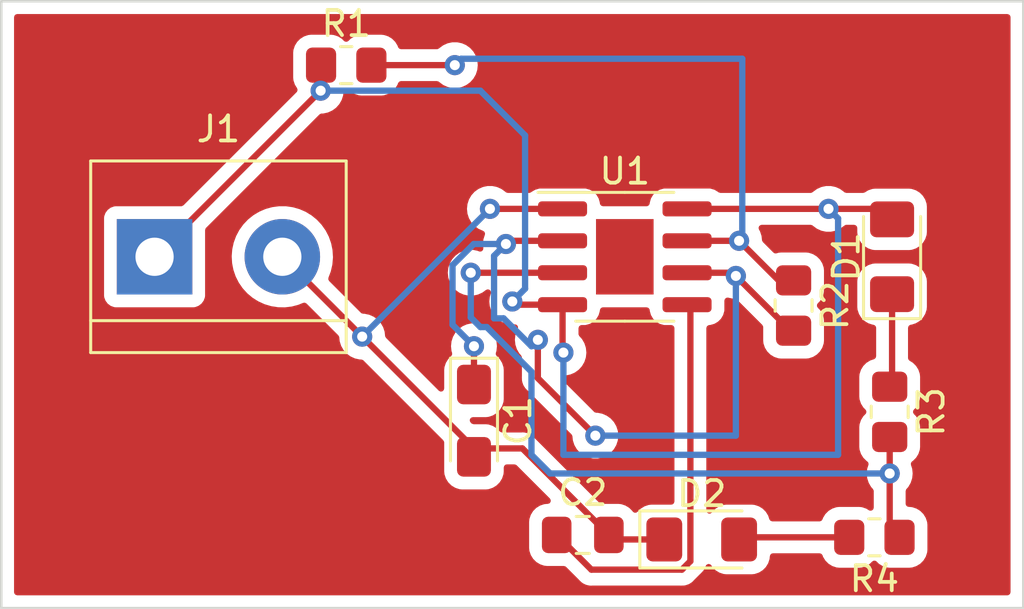
<source format=kicad_pcb>
(kicad_pcb (version 20211014) (generator pcbnew)
  (layers (0 "F.Cu" signal) (31 "B.Cu" signal) (34 "B.Paste" user) (35 "F.Paste" user) (36 "B.SilkS" user "B.Silkscreen") (37 "F.SilkS" user "F.Silkscreen") (38 "B.Mask" user) (39 "F.Mask" user) (44 "Edge.Cuts" user))
  (net 0 "")
  (net 1 "/pin_2")
  (net 2 "GND")
  (net 3 "Net-(C2-Pad1)")
  (net 4 "Net-(D1-Pad1)")
  (net 5 "+9V")
  (net 6 "Net-(D2-Pad2)")
  (net 7 "/pin_7")
  (net 8 "/pin_3")
  (footprint "Capacitor_SMD:C_0805_2012Metric_Pad1.18x1.45mm_HandSolder" (layer "F.Cu") (at 141.48626 82.18)
    (fp_text reference "C2" (at 0 -1.68) (layer "F.SilkS"))
    (fp_text value "0.01uF")
    (fp_line (start -0.261252 -0.735) (end 0.261252 -0.735) (layer "F.SilkS") (width 0.12))
    (fp_line (start -0.261252 0.735) (end 0.261252 0.735) (layer "F.SilkS") (width 0.12))
    (pad "1" smd roundrect (at -1.0375 0) (size 1.175 1.45) (layers "F.Cu" "F.Paste" "F.Mask") (roundrect_rratio 0.2127659574) (net 3 "Net-(C2-Pad1)"))
    (pad "2" smd roundrect (at 1.0375 0) (size 1.175 1.45) (layers "F.Cu" "F.Paste" "F.Mask") (roundrect_rratio 0.2127659574) (net 2 "GND"))
  )
  (footprint "Resistor_SMD:R_0805_2012Metric_Pad1.20x1.40mm_HandSolder" (layer "F.Cu") (at 153.081192 82.275 180)
    (fp_text reference "R4" (at 0 -1.65) (layer "F.SilkS"))
    (fp_text value "1k")
    (fp_line (start -0.227064 0.735) (end 0.227064 0.735) (layer "F.SilkS") (width 0.12))
    (fp_line (start -0.227064 -0.735) (end 0.227064 -0.735) (layer "F.SilkS") (width 0.12))
    (pad "1" smd roundrect (at -1 0 180) (size 1.2 1.4) (layers "F.Cu" "F.Paste" "F.Mask") (roundrect_rratio 0.2083333333) (net 8 "/pin_3"))
    (pad "2" smd roundrect (at 1 0 180) (size 1.2 1.4) (layers "F.Cu" "F.Paste" "F.Mask") (roundrect_rratio 0.2083333333) (net 6 "Net-(D2-Pad2)"))
  )
  (footprint "Resistor_SMD:R_0805_2012Metric_Pad1.20x1.40mm_HandSolder" (layer "F.Cu") (at 132.08 63.5)
    (fp_text reference "R1" (at 0 -1.65) (layer "F.SilkS"))
    (fp_text value "1k")
    (fp_line (start -0.227064 -0.735) (end 0.227064 -0.735) (layer "F.SilkS") (width 0.12))
    (fp_line (start -0.227064 0.735) (end 0.227064 0.735) (layer "F.SilkS") (width 0.12))
    (pad "1" smd roundrect (at -1 0) (size 1.2 1.4) (layers "F.Cu" "F.Paste" "F.Mask") (roundrect_rratio 0.2083333333) (net 5 "+9V"))
    (pad "2" smd roundrect (at 1 0) (size 1.2 1.4) (layers "F.Cu" "F.Paste" "F.Mask") (roundrect_rratio 0.2083333333) (net 7 "/pin_7"))
  )
  (footprint "Package_SO:SOIC-8-1EP_3.9x4.9mm_P1.27mm_EP2.29x3mm" (layer "F.Cu") (at 143.1575 71.12)
    (fp_text reference "U1" (at 0 -3.4) (layer "F.SilkS"))
    (fp_text value "NE555D")
    (fp_line (start 0 -2.56) (end 1.95 -2.56) (layer "F.SilkS") (width 0.12))
    (fp_line (start 0 2.56) (end 1.95 2.56) (layer "F.SilkS") (width 0.12))
    (fp_line (start 0 2.56) (end -1.95 2.56) (layer "F.SilkS") (width 0.12))
    (fp_line (start 0 -2.56) (end -3.45 -2.56) (layer "F.SilkS") (width 0.12))
    (pad "1" smd roundrect (at -2.475 -1.905) (size 1.95 0.6) (layers "F.Cu" "F.Paste" "F.Mask") (net 2 "GND"))
    (pad "2" smd roundrect (at -2.475 -0.635) (size 1.95 0.6) (layers "F.Cu" "F.Paste" "F.Mask") (net 1 "/pin_2"))
    (pad "3" smd roundrect (at -2.475 0.635) (size 1.95 0.6) (layers "F.Cu" "F.Paste" "F.Mask") (net 8 "/pin_3"))
    (pad "4" smd roundrect (at -2.475 1.905) (size 1.95 0.6) (layers "F.Cu" "F.Paste" "F.Mask") (net 5 "+9V"))
    (pad "5" smd roundrect (at 2.475 1.905) (size 1.95 0.6) (layers "F.Cu" "F.Paste" "F.Mask") (net 3 "Net-(C2-Pad1)"))
    (pad "6" smd roundrect (at 2.475 0.635) (size 1.95 0.6) (layers "F.Cu" "F.Paste" "F.Mask") (net 1 "/pin_2"))
    (pad "7" smd roundrect (at 2.475 -0.635) (size 1.95 0.6) (layers "F.Cu" "F.Paste" "F.Mask") (net 7 "/pin_7"))
    (pad "8" smd roundrect (at 2.475 -1.905) (size 1.95 0.6) (layers "F.Cu" "F.Paste" "F.Mask") (net 5 "+9V"))
    (pad "9" smd rect (at 0 0) (size 2.29 3) (layers "F.Cu" "F.Mask"))
  )
  (footprint "Capacitor_Tantalum_SMD:CP_EIA-3216-18_Kemet-A_Pad1.58x1.35mm_HandSolder" (layer "F.Cu") (at 137.16 77.6375 -90)
    (fp_text reference "C1" (at 0 -1.75 90) (layer "F.SilkS"))
    (fp_text value "10uF")
    (fp_line (start -2.485 -0.935) (end -2.485 0.935) (layer "F.SilkS") (width 0.12))
    (fp_line (start 1.6 -0.935) (end -2.485 -0.935) (layer "F.SilkS") (width 0.12))
    (fp_line (start -2.485 0.935) (end 1.6 0.935) (layer "F.SilkS") (width 0.12))
    (pad "1" smd roundrect (at -1.4375 0 270) (size 1.575 1.35) (layers "F.Cu" "F.Paste" "F.Mask") (roundrect_rratio 0.1851851852) (net 1 "/pin_2"))
    (pad "2" smd roundrect (at 1.4375 0 270) (size 1.575 1.35) (layers "F.Cu" "F.Paste" "F.Mask") (roundrect_rratio 0.1851851852) (net 2 "GND"))
  )
  (footprint "LED_SMD:LED_1206_3216Metric_Pad1.42x1.75mm_HandSolder" (layer "F.Cu") (at 146.215 82.36)
    (fp_text reference "D2" (at 0 -1.82) (layer "F.SilkS"))
    (fp_text value "LED")
    (fp_line (start -2.46 -1.135) (end -2.46 1.135) (layer "F.SilkS") (width 0.12))
    (fp_line (start 1.6 -1.135) (end -2.46 -1.135) (layer "F.SilkS") (width 0.12))
    (fp_line (start -2.46 1.135) (end 1.6 1.135) (layer "F.SilkS") (width 0.12))
    (pad "1" smd roundrect (at -1.4875 0) (size 1.425 1.75) (layers "F.Cu" "F.Paste" "F.Mask") (roundrect_rratio 0.1754392982) (net 2 "GND"))
    (pad "2" smd roundrect (at 1.4875 0) (size 1.425 1.75) (layers "F.Cu" "F.Paste" "F.Mask") (roundrect_rratio 0.1754392982) (net 6 "Net-(D2-Pad2)"))
  )
  (footprint "Resistor_SMD:R_0805_2012Metric_Pad1.20x1.40mm_HandSolder" (layer "F.Cu") (at 149.868808 73.058808 -90)
    (fp_text reference "R2" (at 0 -1.65 90) (layer "F.SilkS"))
    (fp_text value "10k")
    (fp_line (start -0.227064 -0.735) (end 0.227064 -0.735) (layer "F.SilkS") (width 0.12))
    (fp_line (start -0.227064 0.735) (end 0.227064 0.735) (layer "F.SilkS") (width 0.12))
    (pad "1" smd roundrect (at -1 0 270) (size 1.2 1.4) (layers "F.Cu" "F.Paste" "F.Mask") (roundrect_rratio 0.2083333333) (net 7 "/pin_7"))
    (pad "2" smd roundrect (at 1 0 270) (size 1.2 1.4) (layers "F.Cu" "F.Paste" "F.Mask") (roundrect_rratio 0.2083333333) (net 1 "/pin_2"))
  )
  (footprint "TerminalBlock:TerminalBlock_bornier-2_P5.08mm" (layer "F.Cu") (at 124.46 71.12)
    (fp_text reference "J1" (at 2.54 -5.08) (layer "F.SilkS"))
    (fp_text value "Conn_01x02_Male")
    (fp_line (start 7.62 3.81) (end 7.62 -3.81) (layer "F.SilkS") (width 0.12))
    (fp_line (start -2.54 3.81) (end 7.62 3.81) (layer "F.SilkS") (width 0.12))
    (fp_line (start 7.62 -3.81) (end -2.54 -3.81) (layer "F.SilkS") (width 0.12))
    (fp_line (start -2.54 -3.81) (end -2.54 3.81) (layer "F.SilkS") (width 0.12))
    (fp_line (start 7.62 2.54) (end -2.54 2.54) (layer "F.SilkS") (width 0.12))
    (pad "1" thru_hole rect (at 0 0) (size 3 3) (drill 1.52) (layers *.Cu *.Mask) (net 5 "+9V"))
    (pad "2" thru_hole circle (at 5.08 0) (size 3 3) (drill 1.52) (layers *.Cu *.Mask) (net 2 "GND"))
  )
  (footprint "LED_SMD:LED_1206_3216Metric_Pad1.42x1.75mm_HandSolder" (layer "F.Cu") (at 153.785 71.12 90)
    (fp_text reference "D1" (at 0 -1.82 90) (layer "F.SilkS"))
    (fp_text value "LED")
    (fp_line (start -2.46 1.135) (end 1.6 1.135) (layer "F.SilkS") (width 0.12))
    (fp_line (start -2.46 -1.135) (end -2.46 1.135) (layer "F.SilkS") (width 0.12))
    (fp_line (start 1.6 -1.135) (end -2.46 -1.135) (layer "F.SilkS") (width 0.12))
    (pad "1" smd roundrect (at -1.4875 0 90) (size 1.425 1.75) (layers "F.Cu" "F.Paste" "F.Mask") (roundrect_rratio 0.1754392982) (net 4 "Net-(D1-Pad1)"))
    (pad "2" smd roundrect (at 1.4875 0 90) (size 1.425 1.75) (layers "F.Cu" "F.Paste" "F.Mask") (roundrect_rratio 0.1754392982) (net 5 "+9V"))
  )
  (footprint "Resistor_SMD:R_0805_2012Metric_Pad1.20x1.40mm_HandSolder" (layer "F.Cu") (at 153.69 77.285872 -90)
    (fp_text reference "R3" (at 0 -1.65 90) (layer "F.SilkS"))
    (fp_text value "1k")
    (fp_line (start -0.227064 0.735) (end 0.227064 0.735) (layer "F.SilkS") (width 0.12))
    (fp_line (start -0.227064 -0.735) (end 0.227064 -0.735) (layer "F.SilkS") (width 0.12))
    (pad "1" smd roundrect (at -1 0 270) (size 1.2 1.4) (layers "F.Cu" "F.Paste" "F.Mask") (roundrect_rratio 0.2083333333) (net 4 "Net-(D1-Pad1)"))
    (pad "2" smd roundrect (at 1 0 270) (size 1.2 1.4) (layers "F.Cu" "F.Paste" "F.Mask") (roundrect_rratio 0.2083333333) (net 8 "/pin_3"))
  )
  (gr_rect (start 118.364 60.96) (end 159.004 85.09) (layer "Edge.Cuts") (width 0.1) (fill none))
  (segment (start 138.557 70.485) (end 138.43 70.612) (width 0.25) (layer "F.Cu") (net 1))
  (segment (start 137.16 76.2) (end 137.16 74.676) (width 0.25) (layer "F.Cu") (net 1))
  (segment (start 147.574 71.882) (end 147.447 71.755) (width 0.25) (layer "F.Cu") (net 1))
  (segment (start 149.750808 74.058808) (end 147.574 71.882) (width 0.25) (layer "F.Cu") (net 1))
  (segment (start 147.447 71.755) (end 145.6325 71.755) (width 0.25) (layer "F.Cu") (net 1))
  (segment (start 139.7 75.946) (end 139.7 74.422) (width 0.25) (layer "F.Cu") (net 1))
  (segment (start 140.6825 70.485) (end 138.557 70.485) (width 0.25) (layer "F.Cu") (net 1))
  (segment (start 141.986 78.232) (end 139.7 75.946) (width 0.25) (layer "F.Cu") (net 1))
  (segment (start 149.868808 74.058808) (end 149.750808 74.058808) (width 0.25) (layer "F.Cu") (net 1))
  (via (at 139.7 74.422) (size 0.8) (drill 0.4) (layers "F.Cu" "B.Cu") (net 1))
  (via (at 141.986 78.232) (size 0.8) (drill 0.4) (layers "F.Cu" "B.Cu") (net 1))
  (via (at 137.16 74.676) (size 0.8) (drill 0.4) (layers "F.Cu" "B.Cu") (net 1))
  (via (at 138.43 70.612) (size 0.8) (drill 0.4) (layers "F.Cu" "B.Cu") (net 1))
  (via (at 147.574 71.882) (size 0.8) (drill 0.4) (layers "F.Cu" "B.Cu") (net 1))
  (segment (start 136.308 73.824) (end 136.308 71.454695) (width 0.25) (layer "B.Cu") (net 1))
  (segment (start 137.16 74.676) (end 136.308 73.824) (width 0.25) (layer "B.Cu") (net 1))
  (segment (start 138.43 70.612) (end 137.959 71.083) (width 0.25) (layer "B.Cu") (net 1))
  (segment (start 147.574 71.882) (end 147.574 78.232) (width 0.25) (layer "B.Cu") (net 1))
  (segment (start 137.150695 70.612) (end 138.43 70.612) (width 0.25) (layer "B.Cu") (net 1))
  (segment (start 139.446 74.676) (end 139.7 74.422) (width 0.25) (layer "B.Cu") (net 1))
  (segment (start 138.338604 73.568604) (end 139.446 74.676) (width 0.25) (layer "B.Cu") (net 1))
  (segment (start 147.574 78.232) (end 141.986 78.232) (width 0.25) (layer "B.Cu") (net 1))
  (segment (start 137.959 71.083) (end 137.959 73.568604) (width 0.25) (layer "B.Cu") (net 1))
  (segment (start 136.308 71.454695) (end 137.150695 70.612) (width 0.25) (layer "B.Cu") (net 1))
  (segment (start 137.959 73.568604) (end 138.338604 73.568604) (width 0.25) (layer "B.Cu") (net 1))
  (segment (start 132.715 74.295) (end 137.16 78.74) (width 0.25) (layer "F.Cu") (net 2))
  (segment (start 140.6825 69.215) (end 137.795 69.215) (width 0.25) (layer "F.Cu") (net 2))
  (segment (start 144.7275 82.36) (end 142.70376 82.36) (width 0.25) (layer "F.Cu") (net 2))
  (segment (start 129.54 71.12) (end 132.715 74.295) (width 0.25) (layer "F.Cu") (net 2))
  (segment (start 139.08376 78.74) (end 142.52376 82.18) (width 0.25) (layer "F.Cu") (net 2))
  (segment (start 137.16 78.74) (end 139.08376 78.74) (width 0.25) (layer "F.Cu") (net 2))
  (segment (start 142.70376 82.36) (end 142.52376 82.18) (width 0.25) (layer "F.Cu") (net 2))
  (via (at 132.715 74.295) (size 0.8) (drill 0.4) (layers "F.Cu" "B.Cu") (net 2))
  (via (at 137.795 69.215) (size 0.8) (drill 0.4) (layers "F.Cu" "B.Cu") (net 2))
  (segment (start 132.715 74.295) (end 137.795 69.215) (width 0.25) (layer "B.Cu") (net 2))
  (segment (start 141.82876 83.56) (end 145.428172 83.56) (width 0.25) (layer "F.Cu") (net 3))
  (segment (start 145.428172 83.56) (end 145.765 83.223172) (width 0.25) (layer "F.Cu") (net 3))
  (segment (start 145.765 73.1575) (end 145.6325 73.025) (width 0.25) (layer "F.Cu") (net 3))
  (segment (start 140.44876 82.18) (end 141.82876 83.56) (width 0.25) (layer "F.Cu") (net 3))
  (segment (start 145.765 83.223172) (end 145.765 73.1575) (width 0.25) (layer "F.Cu") (net 3))
  (segment (start 153.785 76.190872) (end 153.785 72.6075) (width 0.25) (layer "F.Cu") (net 4))
  (segment (start 153.69 76.285872) (end 153.785 76.190872) (width 0.25) (layer "F.Cu") (net 4))
  (segment (start 131.064 64.516) (end 131.08 64.5) (width 0.25) (layer "F.Cu") (net 5))
  (segment (start 124.46 71.12) (end 131.064 64.516) (width 0.25) (layer "F.Cu") (net 5))
  (segment (start 153.3675 69.215) (end 151.257 69.215) (width 0.25) (layer "F.Cu") (net 5))
  (segment (start 140.6825 74.8965) (end 140.716 74.93) (width 0.25) (layer "F.Cu") (net 5))
  (segment (start 138.684 72.898) (end 138.811 73.025) (width 0.25) (layer "F.Cu") (net 5))
  (segment (start 153.785 69.6325) (end 153.3675 69.215) (width 0.25) (layer "F.Cu") (net 5))
  (segment (start 131.08 64.5) (end 131.08 63.5) (width 0.25) (layer "F.Cu") (net 5))
  (segment (start 140.6825 73.025) (end 140.6825 74.8965) (width 0.25) (layer "F.Cu") (net 5))
  (segment (start 151.257 69.215) (end 145.6325 69.215) (width 0.25) (layer "F.Cu") (net 5))
  (segment (start 140.6825 73.025) (end 138.811 73.025) (width 0.25) (layer "F.Cu") (net 5))
  (via (at 138.684 72.898) (size 0.8) (drill 0.4) (layers "F.Cu" "B.Cu") (net 5))
  (via (at 151.257 69.215) (size 0.8) (drill 0.4) (layers "F.Cu" "B.Cu") (net 5))
  (via (at 131.064 64.516) (size 0.8) (drill 0.4) (layers "F.Cu" "B.Cu") (net 5))
  (via (at 140.716 74.93) (size 0.8) (drill 0.4) (layers "F.Cu" "B.Cu") (net 5))
  (segment (start 137.414 64.516) (end 131.064 64.516) (width 0.25) (layer "B.Cu") (net 5))
  (segment (start 139.192 66.294) (end 137.414 64.516) (width 0.25) (layer "B.Cu") (net 5))
  (segment (start 138.684 72.898) (end 139.192 72.39) (width 0.25) (layer "B.Cu") (net 5))
  (segment (start 140.716 74.93) (end 140.716 78.994) (width 0.25) (layer "B.Cu") (net 5))
  (segment (start 139.192 72.39) (end 139.192 66.294) (width 0.25) (layer "B.Cu") (net 5))
  (segment (start 151.638 78.994) (end 151.638 69.596) (width 0.25) (layer "B.Cu") (net 5))
  (segment (start 140.716 78.994) (end 151.638 78.994) (width 0.25) (layer "B.Cu") (net 5))
  (segment (start 151.638 69.596) (end 151.257 69.215) (width 0.25) (layer "B.Cu") (net 5))
  (segment (start 147.7025 82.36) (end 147.7875 82.275) (width 0.25) (layer "F.Cu") (net 6))
  (segment (start 147.7875 82.275) (end 152.081192 82.275) (width 0.25) (layer "F.Cu") (net 6))
  (segment (start 147.701 70.485) (end 145.6325 70.485) (width 0.25) (layer "F.Cu") (net 7))
  (segment (start 133.08 63.5) (end 136.398 63.5) (width 0.25) (layer "F.Cu") (net 7))
  (segment (start 149.274808 72.058808) (end 147.701 70.485) (width 0.25) (layer "F.Cu") (net 7))
  (segment (start 149.868808 72.058808) (end 149.274808 72.058808) (width 0.25) (layer "F.Cu") (net 7))
  (via (at 136.398 63.5) (size 0.8) (drill 0.4) (layers "F.Cu" "B.Cu") (net 7))
  (via (at 147.701 70.485) (size 0.8) (drill 0.4) (layers "F.Cu" "B.Cu") (net 7))
  (segment (start 136.652 63.246) (end 136.398 63.5) (width 0.25) (layer "B.Cu") (net 7))
  (segment (start 147.701 70.485) (end 147.828 70.358) (width 0.25) (layer "B.Cu") (net 7))
  (segment (start 147.828 63.246) (end 136.652 63.246) (width 0.25) (layer "B.Cu") (net 7))
  (segment (start 147.828 70.358) (end 147.828 63.246) (width 0.25) (layer "B.Cu") (net 7))
  (segment (start 153.69 79.736) (end 153.69 78.285872) (width 0.25) (layer "F.Cu") (net 8))
  (segment (start 140.6825 71.755) (end 137.033 71.755) (width 0.25) (layer "F.Cu") (net 8))
  (segment (start 154.081192 82.275) (end 153.69 81.883808) (width 0.25) (layer "F.Cu") (net 8))
  (segment (start 153.69 81.883808) (end 153.69 79.736) (width 0.25) (layer "F.Cu") (net 8))
  (via (at 137.033 71.755) (size 0.8) (drill 0.4) (layers "F.Cu" "B.Cu") (net 8))
  (via (at 153.69 79.736) (size 0.8) (drill 0.4) (layers "F.Cu" "B.Cu") (net 8))
  (segment (start 139.446 78.994) (end 139.446 75.692) (width 0.25) (layer "B.Cu") (net 8))
  (segment (start 137.033 73.533) (end 137.033 71.755) (width 0.25) (layer "B.Cu") (net 8))
  (segment (start 139.446 75.692) (end 137.668 73.914) (width 0.25) (layer "B.Cu") (net 8))
  (segment (start 153.69 79.736) (end 140.188 79.736) (width 0.25) (layer "B.Cu") (net 8))
  (segment (start 137.414 73.914) (end 137.033 73.533) (width 0.25) (layer "B.Cu") (net 8))
  (segment (start 137.668 73.914) (end 137.414 73.914) (width 0.25) (layer "B.Cu") (net 8))
  (segment (start 140.188 79.736) (end 139.446 78.994) (width 0.25) (layer "B.Cu") (net 8))
  (zone (net 0) (net_name "") (layer "F.Cu") (connect_pads (clearance 0.508)) (min_thickness 0.254) (fill yes (thermal_gap 0.508) (thermal_bridge_width 0.508))
    (polygon (pts (xy 159.004 85.09) (xy 118.364 85.09) (xy 118.364 60.96) (xy 159.004 60.96)))
  )
)
</source>
